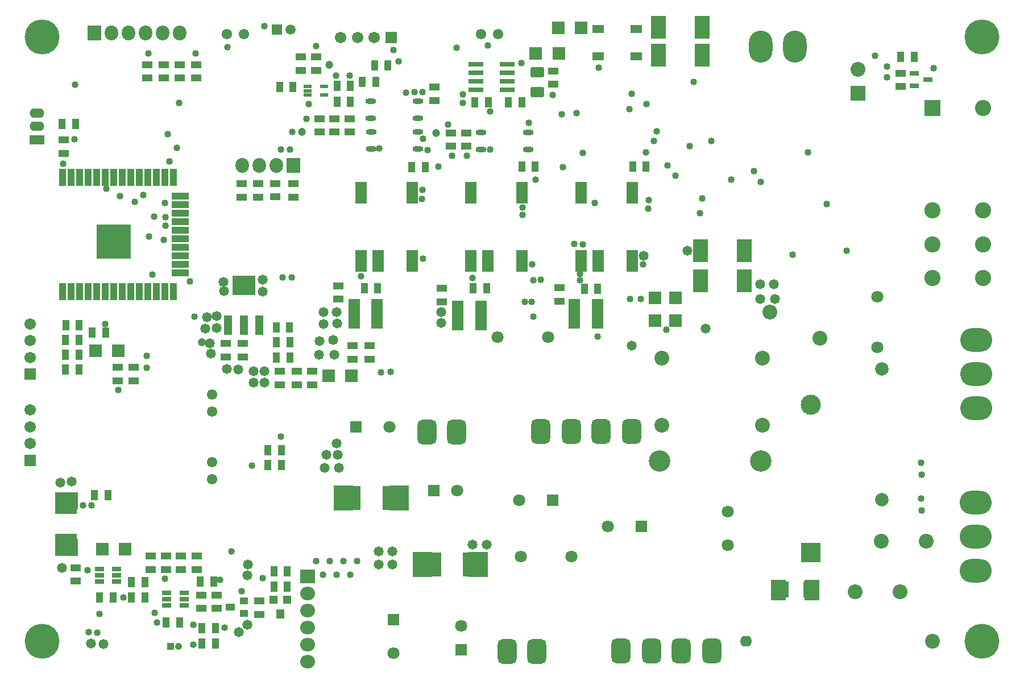
<source format=gts>
G04*
G04 #@! TF.GenerationSoftware,Altium Limited,Altium Designer,22.5.1 (42)*
G04*
G04 Layer_Color=8388736*
%FSLAX44Y44*%
%MOMM*%
G71*
G04*
G04 #@! TF.SameCoordinates,325B58FB-DF44-4075-A057-A786A272C4E4*
G04*
G04*
G04 #@! TF.FilePolarity,Negative*
G04*
G01*
G75*
G04:AMPARAMS|DCode=55|XSize=1.5032mm|YSize=1.0032mm|CornerRadius=0.2016mm|HoleSize=0mm|Usage=FLASHONLY|Rotation=90.000|XOffset=0mm|YOffset=0mm|HoleType=Round|Shape=RoundedRectangle|*
%AMROUNDEDRECTD55*
21,1,1.5032,0.6000,0,0,90.0*
21,1,1.1000,1.0032,0,0,90.0*
1,1,0.4032,0.3000,0.5500*
1,1,0.4032,0.3000,-0.5500*
1,1,0.4032,-0.3000,-0.5500*
1,1,0.4032,-0.3000,0.5500*
%
%ADD55ROUNDEDRECTD55*%
%ADD56R,1.1032X2.6032*%
%ADD57R,1.0032X1.6032*%
%ADD58R,1.6032X1.0032*%
%ADD59R,2.6032X3.6032*%
%ADD60R,1.6510X4.3942*%
%ADD61C,1.2032*%
%ADD62R,2.9032X3.8032*%
%ADD63R,3.2032X2.0032*%
%ADD64R,2.2232X3.1532*%
%ADD65R,1.7032X3.2032*%
%ADD66R,1.7632X2.4232*%
%ADD67R,2.2032X3.4032*%
%ADD68R,2.1844X0.7620*%
%ADD69O,1.6032X0.8032*%
%ADD70R,1.2532X0.6032*%
%ADD71R,1.4032X0.8032*%
%ADD72R,2.6032X1.1032*%
%ADD73R,1.5332X0.2032*%
%ADD74R,0.2032X1.5332*%
%ADD75R,5.2032X5.2032*%
%ADD76R,1.2032X2.9032*%
%ADD77R,3.5032X2.9032*%
G04:AMPARAMS|DCode=78|XSize=1.6032mm|YSize=2.0032mm|CornerRadius=0.2416mm|HoleSize=0mm|Usage=FLASHONLY|Rotation=90.000|XOffset=0mm|YOffset=0mm|HoleType=Round|Shape=RoundedRectangle|*
%AMROUNDEDRECTD78*
21,1,1.6032,1.5200,0,0,90.0*
21,1,1.1200,2.0032,0,0,90.0*
1,1,0.4832,0.7600,0.5600*
1,1,0.4832,0.7600,-0.5600*
1,1,0.4832,-0.7600,-0.5600*
1,1,0.4832,-0.7600,0.5600*
%
%ADD78ROUNDEDRECTD78*%
G04:AMPARAMS|DCode=79|XSize=1.6032mm|YSize=2.0032mm|CornerRadius=0.2416mm|HoleSize=0mm|Usage=FLASHONLY|Rotation=90.000|XOffset=0mm|YOffset=0mm|HoleType=Round|Shape=RoundedRectangle|*
%AMROUNDEDRECTD79*
21,1,1.6032,1.5200,0,0,90.0*
21,1,1.1200,2.0032,0,0,90.0*
1,1,0.4832,0.7600,0.5600*
1,1,0.4832,0.7600,-0.5600*
1,1,0.4832,-0.7600,-0.5600*
1,1,0.4832,-0.7600,0.5600*
%
%ADD79ROUNDEDRECTD79*%
%ADD80R,1.9812X1.9812*%
%ADD81R,1.9812X1.9812*%
%ADD82R,1.3716X0.7366*%
%ADD83R,1.2192X1.2192*%
%ADD84R,1.2192X1.4732*%
%ADD85R,1.2032X1.1176*%
%ADD86R,1.4732X1.1176*%
%ADD87R,1.7032X1.3032*%
%ADD88R,1.7272X1.3032*%
%ADD89R,3.3532X2.5032*%
%ADD90C,1.5494*%
%ADD91C,1.7112*%
%ADD92R,1.7112X1.7112*%
%ADD93R,1.7112X1.7112*%
%ADD94C,2.2032*%
G04:AMPARAMS|DCode=95|XSize=2.8032mm|YSize=3.7032mm|CornerRadius=0.7516mm|HoleSize=0mm|Usage=FLASHONLY|Rotation=0.000|XOffset=0mm|YOffset=0mm|HoleType=Round|Shape=RoundedRectangle|*
%AMROUNDEDRECTD95*
21,1,2.8032,2.2000,0,0,0.0*
21,1,1.3000,3.7032,0,0,0.0*
1,1,1.5032,0.6500,-1.1000*
1,1,1.5032,-0.6500,-1.1000*
1,1,1.5032,-0.6500,1.1000*
1,1,1.5032,0.6500,1.1000*
%
%ADD95ROUNDEDRECTD95*%
%ADD96C,1.8032*%
%ADD97C,2.0000*%
%ADD98O,1.8032X1.6032*%
%ADD99R,1.8032X1.8032*%
%ADD100C,3.2032*%
%ADD101R,1.8032X1.8032*%
%ADD102R,3.0032X3.0032*%
%ADD103C,3.0032*%
%ADD104R,2.2032X2.2032*%
%ADD105R,2.4032X2.4032*%
%ADD106C,2.4032*%
%ADD107O,2.2032X2.0032*%
%ADD108R,2.2032X2.0032*%
%ADD109C,5.2032*%
%ADD110R,2.0032X2.2032*%
%ADD111O,2.0032X2.2032*%
%ADD112O,3.5052X4.7752*%
%ADD113O,4.7752X3.5052*%
%ADD114R,1.5112X1.5112*%
%ADD115C,1.5112*%
%ADD116C,1.0524*%
%ADD117R,1.0524X1.0524*%
%ADD118O,2.2032X1.4032*%
%ADD119R,2.2032X1.4032*%
%ADD120C,1.0160*%
%ADD121C,1.4732*%
G54D55*
X545940Y885444D02*
D03*
X525940D02*
D03*
X563974Y909828D02*
D03*
X543974D02*
D03*
G54D56*
X181356Y572770D02*
D03*
X168656D02*
D03*
X206756D02*
D03*
X232156Y742770D02*
D03*
X143256D02*
D03*
X168656D02*
D03*
X79756Y572770D02*
D03*
X92456D02*
D03*
X105156D02*
D03*
X117856D02*
D03*
X130556D02*
D03*
X143256D02*
D03*
X194056D02*
D03*
X219456D02*
D03*
X232156D02*
D03*
X244856D02*
D03*
Y742770D02*
D03*
X219456D02*
D03*
X206756D02*
D03*
X194056D02*
D03*
X181356D02*
D03*
X155956D02*
D03*
X130556D02*
D03*
X117856D02*
D03*
X105156D02*
D03*
X92456D02*
D03*
X79756D02*
D03*
X155956Y572770D02*
D03*
G54D57*
X394114Y156210D02*
D03*
X619600Y758698D02*
D03*
X599600D02*
D03*
X84488Y522732D02*
D03*
X104488D02*
D03*
X783430Y758952D02*
D03*
X763430D02*
D03*
X690786Y577850D02*
D03*
X710786D02*
D03*
X78900Y822452D02*
D03*
X98900D02*
D03*
X763364Y855228D02*
D03*
X743364D02*
D03*
X402846Y877682D02*
D03*
X422846D02*
D03*
X1327564Y922274D02*
D03*
X1347564D02*
D03*
X488343Y855772D02*
D03*
X508343D02*
D03*
X414114Y133604D02*
D03*
X394114D02*
D03*
X414114Y156210D02*
D03*
X284480Y141478D02*
D03*
X304480D02*
D03*
X134620Y117348D02*
D03*
X154620D02*
D03*
X385126Y336962D02*
D03*
X405126D02*
D03*
X287180Y71628D02*
D03*
X307180D02*
D03*
X385126Y314452D02*
D03*
X405126D02*
D03*
X307020Y49238D02*
D03*
X287020D02*
D03*
X693674Y854710D02*
D03*
X713674D02*
D03*
X488343Y879206D02*
D03*
X508343D02*
D03*
X233840Y80518D02*
D03*
X253840D02*
D03*
X123604Y511556D02*
D03*
X143604D02*
D03*
X181930Y140208D02*
D03*
X201930D02*
D03*
X181930Y117348D02*
D03*
X201930D02*
D03*
X103726Y500634D02*
D03*
X83726D02*
D03*
Y457200D02*
D03*
X103726D02*
D03*
Y479044D02*
D03*
X83726D02*
D03*
X127160Y269748D02*
D03*
X147160D02*
D03*
X528988Y578104D02*
D03*
X548988D02*
D03*
X417670Y519938D02*
D03*
X397670D02*
D03*
X417924Y497332D02*
D03*
X397924D02*
D03*
X417924Y474472D02*
D03*
X397924D02*
D03*
X948530Y758952D02*
D03*
X928530D02*
D03*
X856394Y577342D02*
D03*
X876394D02*
D03*
G54D58*
X462026Y810420D02*
D03*
Y830420D02*
D03*
X644652Y577944D02*
D03*
Y557944D02*
D03*
X657860Y809338D02*
D03*
Y789338D02*
D03*
X1327150Y878238D02*
D03*
Y898238D02*
D03*
X457410Y922424D02*
D03*
Y902424D02*
D03*
X632968Y857664D02*
D03*
Y877664D02*
D03*
X507492Y830420D02*
D03*
Y810420D02*
D03*
X346202Y713646D02*
D03*
Y733646D02*
D03*
X370586Y733552D02*
D03*
Y713552D02*
D03*
X396494Y714060D02*
D03*
Y734060D02*
D03*
X423164Y733552D02*
D03*
Y713552D02*
D03*
X279654Y179164D02*
D03*
Y159164D02*
D03*
X255524Y179238D02*
D03*
Y159238D02*
D03*
X211074Y179238D02*
D03*
Y159238D02*
D03*
X233276D02*
D03*
Y179238D02*
D03*
X205994Y890938D02*
D03*
Y910938D02*
D03*
X230124D02*
D03*
Y890938D02*
D03*
X254254D02*
D03*
Y910938D02*
D03*
X278384D02*
D03*
Y890938D02*
D03*
X372110Y112108D02*
D03*
Y92108D02*
D03*
X99060Y161638D02*
D03*
Y141638D02*
D03*
X810514Y901540D02*
D03*
Y881540D02*
D03*
X680974Y809338D02*
D03*
Y789338D02*
D03*
X434550Y922424D02*
D03*
Y902424D02*
D03*
X484632Y830420D02*
D03*
Y810420D02*
D03*
X285750Y100998D02*
D03*
Y120998D02*
D03*
X308610Y100998D02*
D03*
Y120998D02*
D03*
X161290Y460342D02*
D03*
Y440342D02*
D03*
X185420D02*
D03*
Y460342D02*
D03*
X490220Y581500D02*
D03*
Y561500D02*
D03*
X402590Y434246D02*
D03*
Y454246D02*
D03*
X427990Y434246D02*
D03*
Y454246D02*
D03*
X536702Y472346D02*
D03*
Y492346D02*
D03*
X450850Y433992D02*
D03*
Y453992D02*
D03*
X511556Y472346D02*
D03*
Y492346D02*
D03*
X322834Y475902D02*
D03*
Y495902D02*
D03*
X348234Y475902D02*
D03*
Y495902D02*
D03*
X81534Y778924D02*
D03*
Y798924D02*
D03*
X819912Y578452D02*
D03*
Y558452D02*
D03*
G54D59*
X630638Y166878D02*
D03*
X688638D02*
D03*
X568750Y265430D02*
D03*
X510750D02*
D03*
G54D60*
X668274Y537718D02*
D03*
X702818D02*
D03*
X548132Y540004D02*
D03*
X513588D02*
D03*
X841756Y539496D02*
D03*
X876300D02*
D03*
G54D61*
X435610Y811022D02*
D03*
X636016Y809498D02*
D03*
X477012Y910844D02*
D03*
X287020Y497586D02*
D03*
G54D62*
X497996Y265430D02*
D03*
X580996D02*
D03*
X615246Y166116D02*
D03*
X698246D02*
D03*
G54D63*
X84836Y201968D02*
D03*
Y251968D02*
D03*
G54D64*
X1145432Y128778D02*
D03*
X1195432D02*
D03*
G54D65*
X927692Y618744D02*
D03*
X851492D02*
D03*
X876892D02*
D03*
X927692Y720344D02*
D03*
X851492D02*
D03*
X763778Y618744D02*
D03*
X687578D02*
D03*
X712978D02*
D03*
X763778Y720344D02*
D03*
X687578D02*
D03*
X523748D02*
D03*
X599948D02*
D03*
X549148Y618744D02*
D03*
X523748D02*
D03*
X599948D02*
D03*
G54D66*
X1152002Y129540D02*
D03*
X1191402D02*
D03*
G54D67*
X966978Y924814D02*
D03*
X1031978D02*
D03*
X967244Y966216D02*
D03*
X1032244D02*
D03*
X1094728Y634238D02*
D03*
X1029728D02*
D03*
X1029474Y588772D02*
D03*
X1094474D02*
D03*
G54D68*
X694690Y873252D02*
D03*
Y885952D02*
D03*
Y898652D02*
D03*
Y911352D02*
D03*
X741934D02*
D03*
Y898652D02*
D03*
Y885952D02*
D03*
Y873252D02*
D03*
G54D69*
X702870Y810006D02*
D03*
Y784606D02*
D03*
X772870Y810006D02*
D03*
Y784606D02*
D03*
X538532Y856234D02*
D03*
Y830834D02*
D03*
X608532Y856234D02*
D03*
Y830834D02*
D03*
X609040Y785622D02*
D03*
Y811022D02*
D03*
X539040Y785622D02*
D03*
Y811022D02*
D03*
G54D70*
X468788Y878594D02*
D03*
Y865594D02*
D03*
X444788D02*
D03*
Y872094D02*
D03*
Y878594D02*
D03*
G54D71*
X260650Y124308D02*
D03*
Y114808D02*
D03*
Y105308D02*
D03*
X234650D02*
D03*
Y114808D02*
D03*
Y124308D02*
D03*
X160320Y159868D02*
D03*
Y150368D02*
D03*
Y140868D02*
D03*
X134320D02*
D03*
Y150368D02*
D03*
Y159868D02*
D03*
G54D72*
X254856Y600620D02*
D03*
Y613320D02*
D03*
Y626020D02*
D03*
Y638720D02*
D03*
Y651420D02*
D03*
Y664120D02*
D03*
Y676820D02*
D03*
Y689520D02*
D03*
Y702220D02*
D03*
Y714920D02*
D03*
G54D73*
X162306Y651120D02*
D03*
Y664420D02*
D03*
Y651120D02*
D03*
Y664420D02*
D03*
G54D74*
X155656Y657770D02*
D03*
X168956D02*
D03*
X155656D02*
D03*
X168956D02*
D03*
G54D75*
X155856Y647770D02*
D03*
G54D76*
X326249Y522947D02*
D03*
X349249D02*
D03*
X372249D02*
D03*
G54D77*
X349249Y581947D02*
D03*
G54D78*
X786130Y869936D02*
D03*
G54D79*
Y899936D02*
D03*
G54D80*
X784098Y927608D02*
D03*
X818388D02*
D03*
X851916Y965962D02*
D03*
X817626D02*
D03*
X138430Y189484D02*
D03*
X172720D02*
D03*
X128524Y484886D02*
D03*
X162814D02*
D03*
X510032Y447548D02*
D03*
X475742D02*
D03*
G54D81*
X962152Y563880D02*
D03*
Y529590D02*
D03*
X992124Y563880D02*
D03*
Y529590D02*
D03*
G54D82*
X1368552Y888492D02*
D03*
X1348232Y878992D02*
D03*
Y897992D02*
D03*
G54D83*
X393954Y113792D02*
D03*
X413766D02*
D03*
G54D84*
X403860Y92964D02*
D03*
G54D85*
X349250Y112649D02*
D03*
Y93599D02*
D03*
G54D86*
X328930Y103251D02*
D03*
G54D87*
X934085Y923364D02*
D03*
X877085D02*
D03*
G54D88*
X934085Y964364D02*
D03*
X877085D02*
D03*
G54D89*
X85090Y192068D02*
D03*
Y261068D02*
D03*
G54D90*
X302006Y293624D02*
D03*
Y318624D02*
D03*
Y419354D02*
D03*
Y394354D02*
D03*
X727710Y956111D02*
D03*
X702710D02*
D03*
X349358D02*
D03*
X324358D02*
D03*
G54D91*
X31496Y371818D02*
D03*
Y396818D02*
D03*
Y346818D02*
D03*
Y499764D02*
D03*
Y524764D02*
D03*
Y474764D02*
D03*
X518614Y951568D02*
D03*
X493614D02*
D03*
X543614D02*
D03*
G54D92*
X31496Y321818D02*
D03*
Y449764D02*
D03*
G54D93*
X568614Y951568D02*
D03*
G54D94*
X1207678Y503486D02*
D03*
X1132678Y542486D02*
D03*
X1298390Y201076D02*
D03*
X1259390Y126076D02*
D03*
X1374882Y52070D02*
D03*
X972056Y473888D02*
D03*
X1122056D02*
D03*
X972058Y373888D02*
D03*
X1122056D02*
D03*
X1263904Y903706D02*
D03*
X1365446Y201076D02*
D03*
X1326446Y126076D02*
D03*
G54D95*
X741368Y36830D02*
D03*
X911368Y37830D02*
D03*
X956368D02*
D03*
X1000368D02*
D03*
X1046368D02*
D03*
X785368Y36830D02*
D03*
X926946Y364482D02*
D03*
X880946D02*
D03*
X836946D02*
D03*
X791946D02*
D03*
X665946Y363482D02*
D03*
X621946D02*
D03*
G54D96*
X1070356Y245580D02*
D03*
Y195580D02*
D03*
X572516Y34182D02*
D03*
X759098Y262382D02*
D03*
X762092Y178562D02*
D03*
X837092D02*
D03*
X667258Y276352D02*
D03*
X673100Y74904D02*
D03*
X891432Y223266D02*
D03*
X727548Y505460D02*
D03*
X802548D02*
D03*
X566166Y371348D02*
D03*
X1292894Y565058D02*
D03*
Y490058D02*
D03*
G54D97*
X1299972Y262708D02*
D03*
X1299972Y457708D02*
D03*
G54D98*
X1097046Y52070D02*
D03*
G54D99*
X572516Y84182D02*
D03*
X673100Y39904D02*
D03*
G54D100*
X1118892Y320603D02*
D03*
X968891D02*
D03*
G54D101*
X809098Y262382D02*
D03*
X632258Y276352D02*
D03*
X941432Y223266D02*
D03*
X516166Y371348D02*
D03*
G54D102*
X1194054Y184404D02*
D03*
G54D103*
Y404404D02*
D03*
G54D104*
X1263904Y868706D02*
D03*
G54D105*
X1375340Y846274D02*
D03*
G54D106*
X1450340D02*
D03*
X1375340Y643274D02*
D03*
X1450340D02*
D03*
X1375340Y592874D02*
D03*
X1450340D02*
D03*
X1375340Y693674D02*
D03*
X1450340D02*
D03*
G54D107*
X444754Y21336D02*
D03*
Y46736D02*
D03*
Y72136D02*
D03*
Y97536D02*
D03*
Y122936D02*
D03*
G54D108*
Y148336D02*
D03*
G54D109*
X1448730Y952286D02*
D03*
Y52286D02*
D03*
X48730Y952286D02*
D03*
Y52286D02*
D03*
G54D110*
X127254Y958378D02*
D03*
X423164Y760730D02*
D03*
G54D111*
X152654Y958378D02*
D03*
X178054D02*
D03*
X203454D02*
D03*
X228854D02*
D03*
X254254D02*
D03*
X346964Y760730D02*
D03*
X372364D02*
D03*
X397764D02*
D03*
G54D112*
X1118870Y937514D02*
D03*
X1169670D02*
D03*
G54D113*
X1440000Y450038D02*
D03*
Y399238D02*
D03*
Y500838D02*
D03*
X1439672Y207772D02*
D03*
Y156972D02*
D03*
Y258572D02*
D03*
G54D114*
X398780Y963412D02*
D03*
G54D115*
X418780D02*
D03*
G54D116*
X252500Y44238D02*
D03*
G54D117*
X240000D02*
D03*
G54D118*
X41148Y819084D02*
D03*
Y839084D02*
D03*
G54D119*
Y799084D02*
D03*
G54D120*
X712470Y939292D02*
D03*
X579628Y916178D02*
D03*
X666654Y936378D02*
D03*
X572516Y932434D02*
D03*
X1376426Y905510D02*
D03*
X275844Y535432D02*
D03*
X216408Y94488D02*
D03*
X232918Y684022D02*
D03*
X232410Y670814D02*
D03*
X407416Y594360D02*
D03*
X420624Y593852D02*
D03*
X404876Y784860D02*
D03*
X418084Y784352D02*
D03*
X854456Y643382D02*
D03*
X841248Y643890D02*
D03*
X118110Y65532D02*
D03*
X131318Y65024D02*
D03*
X591058Y869442D02*
D03*
X604012Y869696D02*
D03*
X1289050Y924306D02*
D03*
X145034Y726186D02*
D03*
X199898Y716427D02*
D03*
X213360Y597916D02*
D03*
X208026Y655320D02*
D03*
X143256Y524510D02*
D03*
X204978Y477520D02*
D03*
X187452Y706628D02*
D03*
X204470Y459232D02*
D03*
X162306Y426212D02*
D03*
X457200Y939038D02*
D03*
X486506Y894954D02*
D03*
X615696Y870204D02*
D03*
X927354Y867410D02*
D03*
X949452Y852170D02*
D03*
X1019556Y885190D02*
D03*
X762508Y913384D02*
D03*
X379984Y967994D02*
D03*
X325374Y936752D02*
D03*
X269494Y588518D02*
D03*
X230378Y650240D02*
D03*
X249936Y787146D02*
D03*
X216154Y684375D02*
D03*
X164846Y715264D02*
D03*
X110299Y254825D02*
D03*
X122491D02*
D03*
X361188Y313690D02*
D03*
X1358392Y264668D02*
D03*
X1358842Y246870D02*
D03*
X442976Y830326D02*
D03*
X421640Y811022D02*
D03*
X780288Y535940D02*
D03*
X791464Y590296D02*
D03*
X780542Y589788D02*
D03*
X313712Y144036D02*
D03*
X207264Y927608D02*
D03*
X716280Y784352D02*
D03*
X507080Y894556D02*
D03*
X321160Y72303D02*
D03*
X116474Y157694D02*
D03*
X169926Y117602D02*
D03*
X518160Y171958D02*
D03*
X497840D02*
D03*
X508000Y151638D02*
D03*
X477520Y171958D02*
D03*
X487680Y151638D02*
D03*
X457200Y171958D02*
D03*
X467360Y151638D02*
D03*
X1358803Y300434D02*
D03*
X1358353Y318232D02*
D03*
X924052Y844296D02*
D03*
X767819Y557587D02*
D03*
X850138Y599440D02*
D03*
X615950Y621792D02*
D03*
X1166368Y627982D02*
D03*
X1028954Y689864D02*
D03*
X951230Y696468D02*
D03*
X952754Y709168D02*
D03*
X653288Y821944D02*
D03*
X616204Y800608D02*
D03*
X377952Y145796D02*
D03*
X239014Y766826D02*
D03*
X236220Y807212D02*
D03*
X252984Y853948D02*
D03*
X1013714Y789432D02*
D03*
X980186Y760984D02*
D03*
X992632Y745998D02*
D03*
X568452Y453136D02*
D03*
X553974Y452882D02*
D03*
X822960Y836930D02*
D03*
X854124Y779237D02*
D03*
X872199Y705304D02*
D03*
X1306830Y908050D02*
D03*
X1307338Y892302D02*
D03*
X681228Y775208D02*
D03*
X659384D02*
D03*
X80010Y763016D02*
D03*
X134874Y92456D02*
D03*
X231924Y145267D02*
D03*
X877824Y906272D02*
D03*
X675894Y866648D02*
D03*
X675640Y853694D02*
D03*
X445866Y852536D02*
D03*
X844668Y839126D02*
D03*
X330708Y185928D02*
D03*
X346075Y126365D02*
D03*
X940278Y561871D02*
D03*
X623306Y783992D02*
D03*
X924306Y561594D02*
D03*
X876554Y505714D02*
D03*
X778185Y557370D02*
D03*
X615442Y724154D02*
D03*
X638770Y759557D02*
D03*
X614426Y711200D02*
D03*
X764286Y687070D02*
D03*
X764540Y698246D02*
D03*
X784352Y739648D02*
D03*
X773938Y824738D02*
D03*
X716282Y841599D02*
D03*
X809498Y866140D02*
D03*
X944118Y613664D02*
D03*
X824588Y758421D02*
D03*
X232156Y705104D02*
D03*
X551434Y786638D02*
D03*
X404622Y356870D02*
D03*
X97536Y800100D02*
D03*
X1031962Y711590D02*
D03*
X220472Y80010D02*
D03*
X277368Y927608D02*
D03*
X98044Y881126D02*
D03*
X849884Y589534D02*
D03*
X524002Y596138D02*
D03*
X690372Y593344D02*
D03*
X779018Y613918D02*
D03*
X1074928Y739648D02*
D03*
X948131Y780586D02*
D03*
X1045988Y797068D02*
D03*
X978408Y516382D02*
D03*
X960120Y797052D02*
D03*
X963930Y811276D02*
D03*
X1247140Y634238D02*
D03*
X1119378Y736346D02*
D03*
X1108670Y752230D02*
D03*
X1189442Y780170D02*
D03*
X1217425Y703716D02*
D03*
X274320Y47498D02*
D03*
Y76708D02*
D03*
G54D121*
X294386Y534670D02*
D03*
X489458Y329692D02*
D03*
X140716Y47752D02*
D03*
X121666Y48514D02*
D03*
X292354Y517906D02*
D03*
X92710Y289814D02*
D03*
X300228Y480314D02*
D03*
X308864Y536448D02*
D03*
X308610Y518922D02*
D03*
X363982Y437134D02*
D03*
X379730D02*
D03*
X487649Y346871D02*
D03*
X472694Y330200D02*
D03*
X643636Y542798D02*
D03*
X469900Y310388D02*
D03*
X490728Y310134D02*
D03*
X341122Y457200D02*
D03*
X377698Y572516D02*
D03*
X1036828Y517652D02*
D03*
X689864Y196088D02*
D03*
X711454Y195834D02*
D03*
X643128Y526542D02*
D03*
X354827Y150379D02*
D03*
X355854Y166624D02*
D03*
X379730Y454406D02*
D03*
X488188Y525526D02*
D03*
X487426Y542290D02*
D03*
X467868Y542544D02*
D03*
X468576Y524739D02*
D03*
X482600Y500634D02*
D03*
X462280Y499618D02*
D03*
X484378Y479044D02*
D03*
X570738Y185674D02*
D03*
X549910Y166370D02*
D03*
X550418Y185928D02*
D03*
X570230Y166370D02*
D03*
X927354Y492760D02*
D03*
X1138682Y583946D02*
D03*
X1010412Y633476D02*
D03*
X944626Y626618D02*
D03*
X354584Y76708D02*
D03*
X341630Y65786D02*
D03*
X363982Y454406D02*
D03*
X324104Y457962D02*
D03*
X78740Y161798D02*
D03*
X76200Y288798D02*
D03*
X1140206Y561594D02*
D03*
X1118616Y561848D02*
D03*
Y583946D02*
D03*
X377190Y590804D02*
D03*
X461264Y478536D02*
D03*
X319024Y587502D02*
D03*
X320294Y573532D02*
D03*
X298958Y495808D02*
D03*
M02*

</source>
